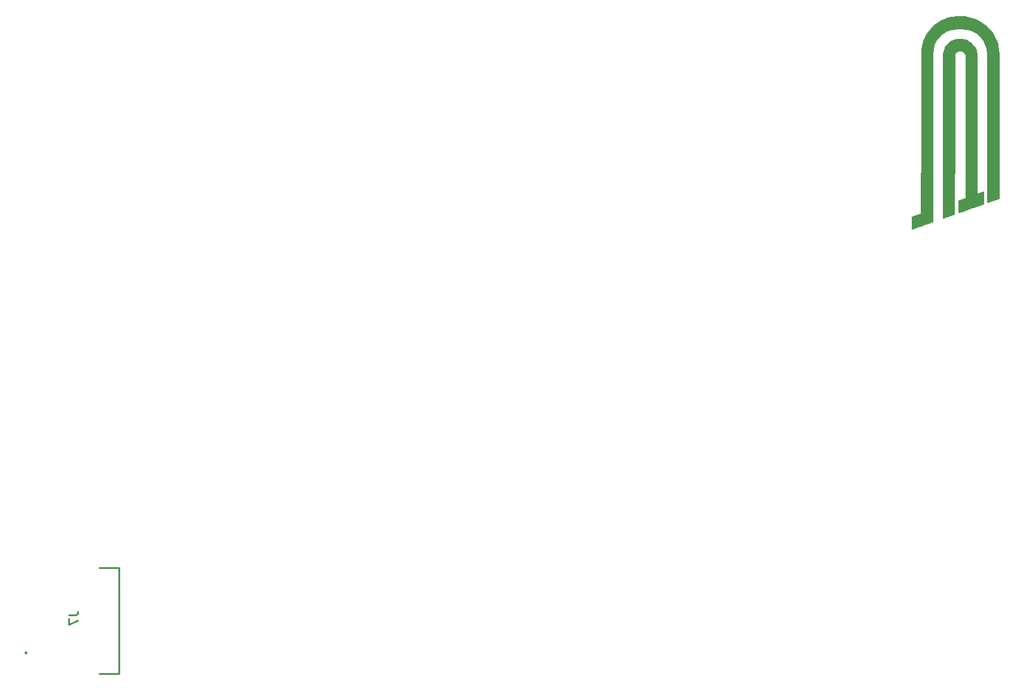
<source format=gbo>
G04 #@! TF.GenerationSoftware,KiCad,Pcbnew,(6.0.0)*
G04 #@! TF.CreationDate,2022-01-24T22:50:09+01:00*
G04 #@! TF.ProjectId,PUTM_EV_Front_Box_2022,5055544d-5f45-4565-9f46-726f6e745f42,rev?*
G04 #@! TF.SameCoordinates,Original*
G04 #@! TF.FileFunction,Legend,Bot*
G04 #@! TF.FilePolarity,Positive*
%FSLAX46Y46*%
G04 Gerber Fmt 4.6, Leading zero omitted, Abs format (unit mm)*
G04 Created by KiCad (PCBNEW (6.0.0)) date 2022-01-24 22:50:09*
%MOMM*%
%LPD*%
G01*
G04 APERTURE LIST*
%ADD10C,0.254000*%
%ADD11C,0.010000*%
%ADD12R,1.700000X1.700000*%
%ADD13O,1.700000X1.700000*%
%ADD14R,2.600000X0.280000*%
%ADD15C,3.400000*%
%ADD16C,2.500000*%
G04 APERTURE END LIST*
D10*
X104071793Y-151514336D02*
X104978936Y-151514336D01*
X105160365Y-151453860D01*
X105281317Y-151332908D01*
X105341793Y-151151479D01*
X105341793Y-151030527D01*
X104071793Y-151998146D02*
X104071793Y-152844812D01*
X105341793Y-152300527D01*
X111150000Y-144800000D02*
X111150000Y-159800000D01*
X111150000Y-159800000D02*
X108348000Y-159800000D01*
X111150000Y-144800000D02*
X108348000Y-144800000D01*
X98100000Y-156854000D02*
G75*
G03*
X98100000Y-156854000I-114000J0D01*
G01*
D11*
X233532915Y-92280106D02*
X233532675Y-92134635D01*
X233532675Y-92134635D02*
X233532263Y-92007889D01*
X233532263Y-92007889D02*
X233531668Y-91899069D01*
X233531668Y-91899069D02*
X233530879Y-91807379D01*
X233530879Y-91807379D02*
X233529886Y-91732021D01*
X233529886Y-91732021D02*
X233528679Y-91672197D01*
X233528679Y-91672197D02*
X233527247Y-91627110D01*
X233527247Y-91627110D02*
X233525580Y-91595963D01*
X233525580Y-91595963D02*
X233523666Y-91577958D01*
X233523666Y-91577958D02*
X233521546Y-91572294D01*
X233521546Y-91572294D02*
X233509838Y-91575576D01*
X233509838Y-91575576D02*
X233480991Y-91584960D01*
X233480991Y-91584960D02*
X233437017Y-91599757D01*
X233437017Y-91599757D02*
X233379929Y-91619275D01*
X233379929Y-91619275D02*
X233311738Y-91642824D01*
X233311738Y-91642824D02*
X233234458Y-91669714D01*
X233234458Y-91669714D02*
X233150099Y-91699254D01*
X233150099Y-91699254D02*
X233092240Y-91719614D01*
X233092240Y-91719614D02*
X233004517Y-91750483D01*
X233004517Y-91750483D02*
X232922710Y-91779156D01*
X232922710Y-91779156D02*
X232848807Y-91804946D01*
X232848807Y-91804946D02*
X232784797Y-91827163D01*
X232784797Y-91827163D02*
X232732667Y-91845119D01*
X232732667Y-91845119D02*
X232694406Y-91858126D01*
X232694406Y-91858126D02*
X232672002Y-91865494D01*
X232672002Y-91865494D02*
X232666868Y-91866934D01*
X232666868Y-91866934D02*
X232666525Y-91856847D01*
X232666525Y-91856847D02*
X232666179Y-91826876D01*
X232666179Y-91826876D02*
X232665830Y-91777459D01*
X232665830Y-91777459D02*
X232665481Y-91709030D01*
X232665481Y-91709030D02*
X232665130Y-91622027D01*
X232665130Y-91622027D02*
X232664779Y-91516887D01*
X232664779Y-91516887D02*
X232664428Y-91394046D01*
X232664428Y-91394046D02*
X232664077Y-91253939D01*
X232664077Y-91253939D02*
X232663727Y-91097005D01*
X232663727Y-91097005D02*
X232663378Y-90923678D01*
X232663378Y-90923678D02*
X232663031Y-90734396D01*
X232663031Y-90734396D02*
X232662686Y-90529596D01*
X232662686Y-90529596D02*
X232662344Y-90309712D01*
X232662344Y-90309712D02*
X232662005Y-90075183D01*
X232662005Y-90075183D02*
X232661670Y-89826445D01*
X232661670Y-89826445D02*
X232661338Y-89563933D01*
X232661338Y-89563933D02*
X232661012Y-89288084D01*
X232661012Y-89288084D02*
X232660690Y-88999336D01*
X232660690Y-88999336D02*
X232660374Y-88698124D01*
X232660374Y-88698124D02*
X232660064Y-88384884D01*
X232660064Y-88384884D02*
X232659761Y-88060054D01*
X232659761Y-88060054D02*
X232659464Y-87724070D01*
X232659464Y-87724070D02*
X232659175Y-87377368D01*
X232659175Y-87377368D02*
X232658894Y-87020384D01*
X232658894Y-87020384D02*
X232658621Y-86653555D01*
X232658621Y-86653555D02*
X232658356Y-86277318D01*
X232658356Y-86277318D02*
X232658101Y-85892109D01*
X232658101Y-85892109D02*
X232657856Y-85498365D01*
X232657856Y-85498365D02*
X232657621Y-85096521D01*
X232657621Y-85096521D02*
X232657397Y-84687015D01*
X232657397Y-84687015D02*
X232657184Y-84270283D01*
X232657184Y-84270283D02*
X232656982Y-83846761D01*
X232656982Y-83846761D02*
X232656793Y-83416886D01*
X232656793Y-83416886D02*
X232656616Y-82981094D01*
X232656616Y-82981094D02*
X232656452Y-82539822D01*
X232656452Y-82539822D02*
X232656301Y-82093506D01*
X232656301Y-82093506D02*
X232656271Y-81999034D01*
X232656271Y-81999034D02*
X232653186Y-72131134D01*
X232653186Y-72131134D02*
X232631460Y-72002639D01*
X232631460Y-72002639D02*
X232589260Y-71794699D01*
X232589260Y-71794699D02*
X232534967Y-71601431D01*
X232534967Y-71601431D02*
X232467432Y-71420382D01*
X232467432Y-71420382D02*
X232385503Y-71249102D01*
X232385503Y-71249102D02*
X232288032Y-71085138D01*
X232288032Y-71085138D02*
X232173868Y-70926041D01*
X232173868Y-70926041D02*
X232064928Y-70795157D01*
X232064928Y-70795157D02*
X231915510Y-70640915D01*
X231915510Y-70640915D02*
X231752026Y-70499600D01*
X231752026Y-70499600D02*
X231576494Y-70372431D01*
X231576494Y-70372431D02*
X231390935Y-70260623D01*
X231390935Y-70260623D02*
X231197366Y-70165394D01*
X231197366Y-70165394D02*
X230997806Y-70087960D01*
X230997806Y-70087960D02*
X230794872Y-70029681D01*
X230794872Y-70029681D02*
X230585609Y-69989934D01*
X230585609Y-69989934D02*
X230368629Y-69967798D01*
X230368629Y-69967798D02*
X230146696Y-69963474D01*
X230146696Y-69963474D02*
X229989708Y-69971166D01*
X229989708Y-69971166D02*
X229782443Y-69992973D01*
X229782443Y-69992973D02*
X229590373Y-70025493D01*
X229590373Y-70025493D02*
X229411069Y-70069323D01*
X229411069Y-70069323D02*
X229242100Y-70125062D01*
X229242100Y-70125062D02*
X229081039Y-70193309D01*
X229081039Y-70193309D02*
X229073805Y-70196747D01*
X229073805Y-70196747D02*
X228948577Y-70260112D01*
X228948577Y-70260112D02*
X228838373Y-70324123D01*
X228838373Y-70324123D02*
X228738099Y-70392275D01*
X228738099Y-70392275D02*
X228642659Y-70468063D01*
X228642659Y-70468063D02*
X228546960Y-70554982D01*
X228546960Y-70554982D02*
X228535694Y-70565862D01*
X228535694Y-70565862D02*
X228407453Y-70700906D01*
X228407453Y-70700906D02*
X228294547Y-70842853D01*
X228294547Y-70842853D02*
X228193999Y-70995819D01*
X228193999Y-70995819D02*
X228102837Y-71163917D01*
X228102837Y-71163917D02*
X228101841Y-71165934D01*
X228101841Y-71165934D02*
X228042158Y-71294782D01*
X228042158Y-71294782D02*
X227990431Y-71424076D01*
X227990431Y-71424076D02*
X227945423Y-71557826D01*
X227945423Y-71557826D02*
X227905899Y-71700042D01*
X227905899Y-71700042D02*
X227870623Y-71854732D01*
X227870623Y-71854732D02*
X227840372Y-72014294D01*
X227840372Y-72014294D02*
X227818229Y-72141294D01*
X227818229Y-72141294D02*
X227815531Y-83736394D01*
X227815531Y-83736394D02*
X227815425Y-84221487D01*
X227815425Y-84221487D02*
X227815333Y-84701662D01*
X227815333Y-84701662D02*
X227815256Y-85176515D01*
X227815256Y-85176515D02*
X227815192Y-85645645D01*
X227815192Y-85645645D02*
X227815143Y-86108649D01*
X227815143Y-86108649D02*
X227815107Y-86565124D01*
X227815107Y-86565124D02*
X227815084Y-87014668D01*
X227815084Y-87014668D02*
X227815075Y-87456878D01*
X227815075Y-87456878D02*
X227815080Y-87891351D01*
X227815080Y-87891351D02*
X227815097Y-88317685D01*
X227815097Y-88317685D02*
X227815127Y-88735476D01*
X227815127Y-88735476D02*
X227815169Y-89144323D01*
X227815169Y-89144323D02*
X227815225Y-89543823D01*
X227815225Y-89543823D02*
X227815292Y-89933573D01*
X227815292Y-89933573D02*
X227815372Y-90313170D01*
X227815372Y-90313170D02*
X227815463Y-90682212D01*
X227815463Y-90682212D02*
X227815567Y-91040296D01*
X227815567Y-91040296D02*
X227815681Y-91387020D01*
X227815681Y-91387020D02*
X227815808Y-91721980D01*
X227815808Y-91721980D02*
X227815946Y-92044775D01*
X227815946Y-92044775D02*
X227816094Y-92355001D01*
X227816094Y-92355001D02*
X227816254Y-92652256D01*
X227816254Y-92652256D02*
X227816424Y-92936137D01*
X227816424Y-92936137D02*
X227816605Y-93206242D01*
X227816605Y-93206242D02*
X227816797Y-93462168D01*
X227816797Y-93462168D02*
X227816998Y-93703512D01*
X227816998Y-93703512D02*
X227817210Y-93929872D01*
X227817210Y-93929872D02*
X227817431Y-94140845D01*
X227817431Y-94140845D02*
X227817663Y-94336029D01*
X227817663Y-94336029D02*
X227817903Y-94515020D01*
X227817903Y-94515020D02*
X227818153Y-94677416D01*
X227818153Y-94677416D02*
X227818413Y-94822815D01*
X227818413Y-94822815D02*
X227818681Y-94950813D01*
X227818681Y-94950813D02*
X227818958Y-95061009D01*
X227818958Y-95061009D02*
X227819244Y-95152999D01*
X227819244Y-95152999D02*
X227819538Y-95226381D01*
X227819538Y-95226381D02*
X227819840Y-95280753D01*
X227819840Y-95280753D02*
X227820151Y-95315711D01*
X227820151Y-95315711D02*
X227820469Y-95330852D01*
X227820469Y-95330852D02*
X227820551Y-95331494D01*
X227820551Y-95331494D02*
X227831083Y-95328189D01*
X227831083Y-95328189D02*
X227859366Y-95318599D01*
X227859366Y-95318599D02*
X227903996Y-95303216D01*
X227903996Y-95303216D02*
X227963567Y-95282533D01*
X227963567Y-95282533D02*
X228036674Y-95257039D01*
X228036674Y-95257039D02*
X228121911Y-95227227D01*
X228121911Y-95227227D02*
X228217873Y-95193587D01*
X228217873Y-95193587D02*
X228323155Y-95156612D01*
X228323155Y-95156612D02*
X228436351Y-95116792D01*
X228436351Y-95116792D02*
X228556056Y-95074619D01*
X228556056Y-95074619D02*
X228646091Y-95042860D01*
X228646091Y-95042860D02*
X229463912Y-94754225D01*
X229463912Y-94754225D02*
X229468992Y-83493480D01*
X229468992Y-83493480D02*
X229474072Y-72232734D01*
X229474072Y-72232734D02*
X229495900Y-72156534D01*
X229495900Y-72156534D02*
X229535386Y-72044809D01*
X229535386Y-72044809D02*
X229585685Y-71948845D01*
X229585685Y-71948845D02*
X229647461Y-71868230D01*
X229647461Y-71868230D02*
X229721376Y-71802555D01*
X229721376Y-71802555D02*
X229808096Y-71751407D01*
X229808096Y-71751407D02*
X229908282Y-71714376D01*
X229908282Y-71714376D02*
X230022599Y-71691050D01*
X230022599Y-71691050D02*
X230151711Y-71681017D01*
X230151711Y-71681017D02*
X230261472Y-71682086D01*
X230261472Y-71682086D02*
X230400807Y-71695461D01*
X230400807Y-71695461D02*
X230525835Y-71723263D01*
X230525835Y-71723263D02*
X230636569Y-71765501D01*
X230636569Y-71765501D02*
X230733020Y-71822182D01*
X230733020Y-71822182D02*
X230815200Y-71893316D01*
X230815200Y-71893316D02*
X230883121Y-71978909D01*
X230883121Y-71978909D02*
X230936794Y-72078971D01*
X230936794Y-72078971D02*
X230974535Y-72187212D01*
X230974535Y-72187212D02*
X230998072Y-72273374D01*
X230998072Y-72273374D02*
X230998072Y-92459211D01*
X230998072Y-92459211D02*
X230032872Y-92799723D01*
X230032872Y-92799723D02*
X230030276Y-93674449D01*
X230030276Y-93674449D02*
X230029914Y-93833452D01*
X230029914Y-93833452D02*
X230029810Y-93978457D01*
X230029810Y-93978457D02*
X230029957Y-94108750D01*
X230029957Y-94108750D02*
X230030349Y-94223618D01*
X230030349Y-94223618D02*
X230030981Y-94322349D01*
X230030981Y-94322349D02*
X230031848Y-94404230D01*
X230031848Y-94404230D02*
X230032943Y-94468547D01*
X230032943Y-94468547D02*
X230034260Y-94514588D01*
X230034260Y-94514588D02*
X230035795Y-94541640D01*
X230035795Y-94541640D02*
X230037294Y-94549174D01*
X230037294Y-94549174D02*
X230047736Y-94545843D01*
X230047736Y-94545843D02*
X230076365Y-94536074D01*
X230076365Y-94536074D02*
X230122211Y-94520210D01*
X230122211Y-94520210D02*
X230184303Y-94498591D01*
X230184303Y-94498591D02*
X230261672Y-94471558D01*
X230261672Y-94471558D02*
X230353349Y-94439451D01*
X230353349Y-94439451D02*
X230458363Y-94402611D01*
X230458363Y-94402611D02*
X230575745Y-94361380D01*
X230575745Y-94361380D02*
X230704524Y-94316097D01*
X230704524Y-94316097D02*
X230843730Y-94267104D01*
X230843730Y-94267104D02*
X230992395Y-94214741D01*
X230992395Y-94214741D02*
X231149548Y-94159350D01*
X231149548Y-94159350D02*
X231314218Y-94101270D01*
X231314218Y-94101270D02*
X231485437Y-94040843D01*
X231485437Y-94040843D02*
X231662235Y-93978410D01*
X231662235Y-93978410D02*
X231746771Y-93948544D01*
X231746771Y-93948544D02*
X231926437Y-93885062D01*
X231926437Y-93885062D02*
X232101316Y-93823274D01*
X232101316Y-93823274D02*
X232270412Y-93763532D01*
X232270412Y-93763532D02*
X232432728Y-93706188D01*
X232432728Y-93706188D02*
X232587269Y-93651594D01*
X232587269Y-93651594D02*
X232733040Y-93600101D01*
X232733040Y-93600101D02*
X232869044Y-93552061D01*
X232869044Y-93552061D02*
X232994287Y-93507825D01*
X232994287Y-93507825D02*
X233107772Y-93467745D01*
X233107772Y-93467745D02*
X233208505Y-93432173D01*
X233208505Y-93432173D02*
X233295488Y-93401460D01*
X233295488Y-93401460D02*
X233367727Y-93375959D01*
X233367727Y-93375959D02*
X233424226Y-93356020D01*
X233424226Y-93356020D02*
X233463989Y-93341995D01*
X233463989Y-93341995D02*
X233486021Y-93334237D01*
X233486021Y-93334237D02*
X233489812Y-93332909D01*
X233489812Y-93332909D02*
X233532992Y-93317904D01*
X233532992Y-93317904D02*
X233532992Y-92445099D01*
X233532992Y-92445099D02*
X233532915Y-92280106D01*
X233532915Y-92280106D02*
X233532915Y-92280106D01*
G36*
X230368629Y-69967798D02*
G01*
X230585609Y-69989934D01*
X230794872Y-70029681D01*
X230997806Y-70087960D01*
X231197366Y-70165394D01*
X231390935Y-70260623D01*
X231576494Y-70372431D01*
X231752026Y-70499600D01*
X231915510Y-70640915D01*
X232064928Y-70795157D01*
X232173868Y-70926041D01*
X232288032Y-71085138D01*
X232385503Y-71249102D01*
X232467432Y-71420382D01*
X232534967Y-71601431D01*
X232589260Y-71794699D01*
X232631460Y-72002639D01*
X232653186Y-72131134D01*
X232656271Y-81999034D01*
X232656301Y-82093506D01*
X232656452Y-82539822D01*
X232656616Y-82981094D01*
X232656793Y-83416886D01*
X232656982Y-83846761D01*
X232657184Y-84270283D01*
X232657397Y-84687015D01*
X232657621Y-85096521D01*
X232657856Y-85498365D01*
X232658101Y-85892109D01*
X232658356Y-86277318D01*
X232658621Y-86653555D01*
X232658894Y-87020384D01*
X232659175Y-87377368D01*
X232659464Y-87724070D01*
X232659761Y-88060054D01*
X232660064Y-88384884D01*
X232660374Y-88698124D01*
X232660690Y-88999336D01*
X232661012Y-89288084D01*
X232661338Y-89563933D01*
X232661670Y-89826445D01*
X232662005Y-90075183D01*
X232662344Y-90309712D01*
X232662686Y-90529596D01*
X232663031Y-90734396D01*
X232663378Y-90923678D01*
X232663727Y-91097005D01*
X232664077Y-91253939D01*
X232664428Y-91394046D01*
X232664779Y-91516887D01*
X232665130Y-91622027D01*
X232665481Y-91709030D01*
X232665830Y-91777459D01*
X232666179Y-91826876D01*
X232666525Y-91856847D01*
X232666868Y-91866934D01*
X232672002Y-91865494D01*
X232694406Y-91858126D01*
X232732667Y-91845119D01*
X232784797Y-91827163D01*
X232848807Y-91804946D01*
X232922710Y-91779156D01*
X233004517Y-91750483D01*
X233092240Y-91719614D01*
X233150099Y-91699254D01*
X233234458Y-91669714D01*
X233311738Y-91642824D01*
X233379929Y-91619275D01*
X233437017Y-91599757D01*
X233480991Y-91584960D01*
X233509838Y-91575576D01*
X233521546Y-91572294D01*
X233523666Y-91577958D01*
X233525580Y-91595963D01*
X233527247Y-91627110D01*
X233528679Y-91672197D01*
X233529886Y-91732021D01*
X233530879Y-91807379D01*
X233531668Y-91899069D01*
X233532263Y-92007889D01*
X233532675Y-92134635D01*
X233532915Y-92280106D01*
X233532992Y-92445099D01*
X233532992Y-93317904D01*
X233489812Y-93332909D01*
X233486021Y-93334237D01*
X233463989Y-93341995D01*
X233424226Y-93356020D01*
X233367727Y-93375959D01*
X233295488Y-93401460D01*
X233208505Y-93432173D01*
X233107772Y-93467745D01*
X232994287Y-93507825D01*
X232869044Y-93552061D01*
X232733040Y-93600101D01*
X232587269Y-93651594D01*
X232432728Y-93706188D01*
X232270412Y-93763532D01*
X232101316Y-93823274D01*
X231926437Y-93885062D01*
X231746771Y-93948544D01*
X231662235Y-93978410D01*
X231485437Y-94040843D01*
X231314218Y-94101270D01*
X231149548Y-94159350D01*
X230992395Y-94214741D01*
X230843730Y-94267104D01*
X230704524Y-94316097D01*
X230575745Y-94361380D01*
X230458363Y-94402611D01*
X230353349Y-94439451D01*
X230261672Y-94471558D01*
X230184303Y-94498591D01*
X230122211Y-94520210D01*
X230076365Y-94536074D01*
X230047736Y-94545843D01*
X230037294Y-94549174D01*
X230035795Y-94541640D01*
X230034260Y-94514588D01*
X230032943Y-94468547D01*
X230031848Y-94404230D01*
X230030981Y-94322349D01*
X230030349Y-94223618D01*
X230029957Y-94108750D01*
X230029810Y-93978457D01*
X230029914Y-93833452D01*
X230030276Y-93674449D01*
X230032872Y-92799723D01*
X230998072Y-92459211D01*
X230998072Y-72273374D01*
X230974535Y-72187212D01*
X230936794Y-72078971D01*
X230883121Y-71978909D01*
X230815200Y-71893316D01*
X230733020Y-71822182D01*
X230636569Y-71765501D01*
X230525835Y-71723263D01*
X230400807Y-71695461D01*
X230261472Y-71682086D01*
X230151711Y-71681017D01*
X230022599Y-71691050D01*
X229908282Y-71714376D01*
X229808096Y-71751407D01*
X229721376Y-71802555D01*
X229647461Y-71868230D01*
X229585685Y-71948845D01*
X229535386Y-72044809D01*
X229495900Y-72156534D01*
X229474072Y-72232734D01*
X229468992Y-83493480D01*
X229463912Y-94754225D01*
X228646091Y-95042860D01*
X228556056Y-95074619D01*
X228436351Y-95116792D01*
X228323155Y-95156612D01*
X228217873Y-95193587D01*
X228121911Y-95227227D01*
X228036674Y-95257039D01*
X227963567Y-95282533D01*
X227903996Y-95303216D01*
X227859366Y-95318599D01*
X227831083Y-95328189D01*
X227820551Y-95331494D01*
X227820469Y-95330852D01*
X227820151Y-95315711D01*
X227819840Y-95280753D01*
X227819538Y-95226381D01*
X227819244Y-95152999D01*
X227818958Y-95061009D01*
X227818681Y-94950813D01*
X227818413Y-94822815D01*
X227818153Y-94677416D01*
X227817903Y-94515020D01*
X227817663Y-94336029D01*
X227817431Y-94140845D01*
X227817210Y-93929872D01*
X227816998Y-93703512D01*
X227816797Y-93462168D01*
X227816605Y-93206242D01*
X227816424Y-92936137D01*
X227816254Y-92652256D01*
X227816094Y-92355001D01*
X227815946Y-92044775D01*
X227815808Y-91721980D01*
X227815681Y-91387020D01*
X227815567Y-91040296D01*
X227815463Y-90682212D01*
X227815372Y-90313170D01*
X227815292Y-89933573D01*
X227815225Y-89543823D01*
X227815169Y-89144323D01*
X227815127Y-88735476D01*
X227815097Y-88317685D01*
X227815080Y-87891351D01*
X227815075Y-87456878D01*
X227815084Y-87014668D01*
X227815107Y-86565124D01*
X227815143Y-86108649D01*
X227815192Y-85645645D01*
X227815256Y-85176515D01*
X227815333Y-84701662D01*
X227815425Y-84221487D01*
X227815531Y-83736394D01*
X227818229Y-72141294D01*
X227840372Y-72014294D01*
X227870623Y-71854732D01*
X227905899Y-71700042D01*
X227945423Y-71557826D01*
X227990431Y-71424076D01*
X228042158Y-71294782D01*
X228101841Y-71165934D01*
X228102837Y-71163917D01*
X228193999Y-70995819D01*
X228294547Y-70842853D01*
X228407453Y-70700906D01*
X228535694Y-70565862D01*
X228546960Y-70554982D01*
X228642659Y-70468063D01*
X228738099Y-70392275D01*
X228838373Y-70324123D01*
X228948577Y-70260112D01*
X229073805Y-70196747D01*
X229081039Y-70193309D01*
X229242100Y-70125062D01*
X229411069Y-70069323D01*
X229590373Y-70025493D01*
X229782443Y-69992973D01*
X229989708Y-69971166D01*
X230146696Y-69963474D01*
X230368629Y-69967798D01*
G37*
X230368629Y-69967798D02*
X230585609Y-69989934D01*
X230794872Y-70029681D01*
X230997806Y-70087960D01*
X231197366Y-70165394D01*
X231390935Y-70260623D01*
X231576494Y-70372431D01*
X231752026Y-70499600D01*
X231915510Y-70640915D01*
X232064928Y-70795157D01*
X232173868Y-70926041D01*
X232288032Y-71085138D01*
X232385503Y-71249102D01*
X232467432Y-71420382D01*
X232534967Y-71601431D01*
X232589260Y-71794699D01*
X232631460Y-72002639D01*
X232653186Y-72131134D01*
X232656271Y-81999034D01*
X232656301Y-82093506D01*
X232656452Y-82539822D01*
X232656616Y-82981094D01*
X232656793Y-83416886D01*
X232656982Y-83846761D01*
X232657184Y-84270283D01*
X232657397Y-84687015D01*
X232657621Y-85096521D01*
X232657856Y-85498365D01*
X232658101Y-85892109D01*
X232658356Y-86277318D01*
X232658621Y-86653555D01*
X232658894Y-87020384D01*
X232659175Y-87377368D01*
X232659464Y-87724070D01*
X232659761Y-88060054D01*
X232660064Y-88384884D01*
X232660374Y-88698124D01*
X232660690Y-88999336D01*
X232661012Y-89288084D01*
X232661338Y-89563933D01*
X232661670Y-89826445D01*
X232662005Y-90075183D01*
X232662344Y-90309712D01*
X232662686Y-90529596D01*
X232663031Y-90734396D01*
X232663378Y-90923678D01*
X232663727Y-91097005D01*
X232664077Y-91253939D01*
X232664428Y-91394046D01*
X232664779Y-91516887D01*
X232665130Y-91622027D01*
X232665481Y-91709030D01*
X232665830Y-91777459D01*
X232666179Y-91826876D01*
X232666525Y-91856847D01*
X232666868Y-91866934D01*
X232672002Y-91865494D01*
X232694406Y-91858126D01*
X232732667Y-91845119D01*
X232784797Y-91827163D01*
X232848807Y-91804946D01*
X232922710Y-91779156D01*
X233004517Y-91750483D01*
X233092240Y-91719614D01*
X233150099Y-91699254D01*
X233234458Y-91669714D01*
X233311738Y-91642824D01*
X233379929Y-91619275D01*
X233437017Y-91599757D01*
X233480991Y-91584960D01*
X233509838Y-91575576D01*
X233521546Y-91572294D01*
X233523666Y-91577958D01*
X233525580Y-91595963D01*
X233527247Y-91627110D01*
X233528679Y-91672197D01*
X233529886Y-91732021D01*
X233530879Y-91807379D01*
X233531668Y-91899069D01*
X233532263Y-92007889D01*
X233532675Y-92134635D01*
X233532915Y-92280106D01*
X233532992Y-92445099D01*
X233532992Y-93317904D01*
X233489812Y-93332909D01*
X233486021Y-93334237D01*
X233463989Y-93341995D01*
X233424226Y-93356020D01*
X233367727Y-93375959D01*
X233295488Y-93401460D01*
X233208505Y-93432173D01*
X233107772Y-93467745D01*
X232994287Y-93507825D01*
X232869044Y-93552061D01*
X232733040Y-93600101D01*
X232587269Y-93651594D01*
X232432728Y-93706188D01*
X232270412Y-93763532D01*
X232101316Y-93823274D01*
X231926437Y-93885062D01*
X231746771Y-93948544D01*
X231662235Y-93978410D01*
X231485437Y-94040843D01*
X231314218Y-94101270D01*
X231149548Y-94159350D01*
X230992395Y-94214741D01*
X230843730Y-94267104D01*
X230704524Y-94316097D01*
X230575745Y-94361380D01*
X230458363Y-94402611D01*
X230353349Y-94439451D01*
X230261672Y-94471558D01*
X230184303Y-94498591D01*
X230122211Y-94520210D01*
X230076365Y-94536074D01*
X230047736Y-94545843D01*
X230037294Y-94549174D01*
X230035795Y-94541640D01*
X230034260Y-94514588D01*
X230032943Y-94468547D01*
X230031848Y-94404230D01*
X230030981Y-94322349D01*
X230030349Y-94223618D01*
X230029957Y-94108750D01*
X230029810Y-93978457D01*
X230029914Y-93833452D01*
X230030276Y-93674449D01*
X230032872Y-92799723D01*
X230998072Y-92459211D01*
X230998072Y-72273374D01*
X230974535Y-72187212D01*
X230936794Y-72078971D01*
X230883121Y-71978909D01*
X230815200Y-71893316D01*
X230733020Y-71822182D01*
X230636569Y-71765501D01*
X230525835Y-71723263D01*
X230400807Y-71695461D01*
X230261472Y-71682086D01*
X230151711Y-71681017D01*
X230022599Y-71691050D01*
X229908282Y-71714376D01*
X229808096Y-71751407D01*
X229721376Y-71802555D01*
X229647461Y-71868230D01*
X229585685Y-71948845D01*
X229535386Y-72044809D01*
X229495900Y-72156534D01*
X229474072Y-72232734D01*
X229468992Y-83493480D01*
X229463912Y-94754225D01*
X228646091Y-95042860D01*
X228556056Y-95074619D01*
X228436351Y-95116792D01*
X228323155Y-95156612D01*
X228217873Y-95193587D01*
X228121911Y-95227227D01*
X228036674Y-95257039D01*
X227963567Y-95282533D01*
X227903996Y-95303216D01*
X227859366Y-95318599D01*
X227831083Y-95328189D01*
X227820551Y-95331494D01*
X227820469Y-95330852D01*
X227820151Y-95315711D01*
X227819840Y-95280753D01*
X227819538Y-95226381D01*
X227819244Y-95152999D01*
X227818958Y-95061009D01*
X227818681Y-94950813D01*
X227818413Y-94822815D01*
X227818153Y-94677416D01*
X227817903Y-94515020D01*
X227817663Y-94336029D01*
X227817431Y-94140845D01*
X227817210Y-93929872D01*
X227816998Y-93703512D01*
X227816797Y-93462168D01*
X227816605Y-93206242D01*
X227816424Y-92936137D01*
X227816254Y-92652256D01*
X227816094Y-92355001D01*
X227815946Y-92044775D01*
X227815808Y-91721980D01*
X227815681Y-91387020D01*
X227815567Y-91040296D01*
X227815463Y-90682212D01*
X227815372Y-90313170D01*
X227815292Y-89933573D01*
X227815225Y-89543823D01*
X227815169Y-89144323D01*
X227815127Y-88735476D01*
X227815097Y-88317685D01*
X227815080Y-87891351D01*
X227815075Y-87456878D01*
X227815084Y-87014668D01*
X227815107Y-86565124D01*
X227815143Y-86108649D01*
X227815192Y-85645645D01*
X227815256Y-85176515D01*
X227815333Y-84701662D01*
X227815425Y-84221487D01*
X227815531Y-83736394D01*
X227818229Y-72141294D01*
X227840372Y-72014294D01*
X227870623Y-71854732D01*
X227905899Y-71700042D01*
X227945423Y-71557826D01*
X227990431Y-71424076D01*
X228042158Y-71294782D01*
X228101841Y-71165934D01*
X228102837Y-71163917D01*
X228193999Y-70995819D01*
X228294547Y-70842853D01*
X228407453Y-70700906D01*
X228535694Y-70565862D01*
X228546960Y-70554982D01*
X228642659Y-70468063D01*
X228738099Y-70392275D01*
X228838373Y-70324123D01*
X228948577Y-70260112D01*
X229073805Y-70196747D01*
X229081039Y-70193309D01*
X229242100Y-70125062D01*
X229411069Y-70069323D01*
X229590373Y-70025493D01*
X229782443Y-69992973D01*
X229989708Y-69971166D01*
X230146696Y-69963474D01*
X230368629Y-69967798D01*
X235746639Y-77686257D02*
X235746615Y-77258827D01*
X235746615Y-77258827D02*
X235746567Y-76849738D01*
X235746567Y-76849738D02*
X235746496Y-76458791D01*
X235746496Y-76458791D02*
X235746402Y-76085789D01*
X235746402Y-76085789D02*
X235746285Y-75730534D01*
X235746285Y-75730534D02*
X235746145Y-75392829D01*
X235746145Y-75392829D02*
X235745980Y-75072474D01*
X235745980Y-75072474D02*
X235745792Y-74769272D01*
X235745792Y-74769272D02*
X235745580Y-74483026D01*
X235745580Y-74483026D02*
X235745344Y-74213537D01*
X235745344Y-74213537D02*
X235745084Y-73960608D01*
X235745084Y-73960608D02*
X235744799Y-73724040D01*
X235744799Y-73724040D02*
X235744490Y-73503635D01*
X235744490Y-73503635D02*
X235744156Y-73299196D01*
X235744156Y-73299196D02*
X235743797Y-73110525D01*
X235743797Y-73110525D02*
X235743413Y-72937424D01*
X235743413Y-72937424D02*
X235743004Y-72779694D01*
X235743004Y-72779694D02*
X235742570Y-72637139D01*
X235742570Y-72637139D02*
X235742110Y-72509559D01*
X235742110Y-72509559D02*
X235741625Y-72396758D01*
X235741625Y-72396758D02*
X235741113Y-72298536D01*
X235741113Y-72298536D02*
X235740576Y-72214697D01*
X235740576Y-72214697D02*
X235740013Y-72145042D01*
X235740013Y-72145042D02*
X235739423Y-72089374D01*
X235739423Y-72089374D02*
X235738808Y-72047494D01*
X235738808Y-72047494D02*
X235738165Y-72019204D01*
X235738165Y-72019204D02*
X235737793Y-72009214D01*
X235737793Y-72009214D02*
X235715336Y-71675007D01*
X235715336Y-71675007D02*
X235680255Y-71355879D01*
X235680255Y-71355879D02*
X235632083Y-71050631D01*
X235632083Y-71050631D02*
X235570358Y-70758063D01*
X235570358Y-70758063D02*
X235494615Y-70476977D01*
X235494615Y-70476977D02*
X235404390Y-70206172D01*
X235404390Y-70206172D02*
X235299219Y-69944449D01*
X235299219Y-69944449D02*
X235178637Y-69690609D01*
X235178637Y-69690609D02*
X235042181Y-69443452D01*
X235042181Y-69443452D02*
X234889386Y-69201778D01*
X234889386Y-69201778D02*
X234719788Y-68964388D01*
X234719788Y-68964388D02*
X234532923Y-68730083D01*
X234532923Y-68730083D02*
X234416737Y-68595454D01*
X234416737Y-68595454D02*
X234355734Y-68528865D01*
X234355734Y-68528865D02*
X234283263Y-68453342D01*
X234283263Y-68453342D02*
X234203135Y-68372596D01*
X234203135Y-68372596D02*
X234119163Y-68290334D01*
X234119163Y-68290334D02*
X234035159Y-68210263D01*
X234035159Y-68210263D02*
X233954935Y-68136092D01*
X233954935Y-68136092D02*
X233882303Y-68071528D01*
X233882303Y-68071528D02*
X233848422Y-68042667D01*
X233848422Y-68042667D02*
X233585978Y-67836423D01*
X233585978Y-67836423D02*
X233313358Y-67647607D01*
X233313358Y-67647607D02*
X233031106Y-67476382D01*
X233031106Y-67476382D02*
X232739766Y-67322915D01*
X232739766Y-67322915D02*
X232439882Y-67187369D01*
X232439882Y-67187369D02*
X232131997Y-67069910D01*
X232131997Y-67069910D02*
X231816656Y-66970703D01*
X231816656Y-66970703D02*
X231494403Y-66889912D01*
X231494403Y-66889912D02*
X231165782Y-66827703D01*
X231165782Y-66827703D02*
X230831336Y-66784240D01*
X230831336Y-66784240D02*
X230491610Y-66759689D01*
X230491610Y-66759689D02*
X230147147Y-66754214D01*
X230147147Y-66754214D02*
X229798491Y-66767979D01*
X229798491Y-66767979D02*
X229674932Y-66777429D01*
X229674932Y-66777429D02*
X229331445Y-66816707D01*
X229331445Y-66816707D02*
X228995706Y-66874749D01*
X228995706Y-66874749D02*
X228667744Y-66951545D01*
X228667744Y-66951545D02*
X228347590Y-67047087D01*
X228347590Y-67047087D02*
X228035271Y-67161368D01*
X228035271Y-67161368D02*
X227730818Y-67294379D01*
X227730818Y-67294379D02*
X227594472Y-67361316D01*
X227594472Y-67361316D02*
X227316581Y-67512671D01*
X227316581Y-67512671D02*
X227052499Y-67677492D01*
X227052499Y-67677492D02*
X226800318Y-67857173D01*
X226800318Y-67857173D02*
X226558128Y-68053108D01*
X226558128Y-68053108D02*
X226324020Y-68266694D01*
X226324020Y-68266694D02*
X226236151Y-68353408D01*
X226236151Y-68353408D02*
X226118332Y-68474820D01*
X226118332Y-68474820D02*
X226013377Y-68589151D01*
X226013377Y-68589151D02*
X225917524Y-68701004D01*
X225917524Y-68701004D02*
X225827014Y-68814980D01*
X225827014Y-68814980D02*
X225738083Y-68935682D01*
X225738083Y-68935682D02*
X225646971Y-69067713D01*
X225646971Y-69067713D02*
X225623130Y-69103454D01*
X225623130Y-69103454D02*
X225476921Y-69336453D01*
X225476921Y-69336453D02*
X225348224Y-69568776D01*
X225348224Y-69568776D02*
X225234882Y-69804852D01*
X225234882Y-69804852D02*
X225134740Y-70049108D01*
X225134740Y-70049108D02*
X225061616Y-70256614D01*
X225061616Y-70256614D02*
X225008286Y-70423446D01*
X225008286Y-70423446D02*
X224961424Y-70580822D01*
X224961424Y-70580822D02*
X224920352Y-70732138D01*
X224920352Y-70732138D02*
X224884393Y-70880792D01*
X224884393Y-70880792D02*
X224852870Y-71030183D01*
X224852870Y-71030183D02*
X224825106Y-71183706D01*
X224825106Y-71183706D02*
X224800423Y-71344760D01*
X224800423Y-71344760D02*
X224778145Y-71516742D01*
X224778145Y-71516742D02*
X224757594Y-71703049D01*
X224757594Y-71703049D02*
X224742668Y-71856814D01*
X224742668Y-71856814D02*
X224742011Y-71868378D01*
X224742011Y-71868378D02*
X224741372Y-71888848D01*
X224741372Y-71888848D02*
X224740750Y-71918501D01*
X224740750Y-71918501D02*
X224740143Y-71957615D01*
X224740143Y-71957615D02*
X224739553Y-72006465D01*
X224739553Y-72006465D02*
X224738978Y-72065330D01*
X224738978Y-72065330D02*
X224738418Y-72134485D01*
X224738418Y-72134485D02*
X224737872Y-72214208D01*
X224737872Y-72214208D02*
X224737341Y-72304775D01*
X224737341Y-72304775D02*
X224736823Y-72406463D01*
X224736823Y-72406463D02*
X224736318Y-72519549D01*
X224736318Y-72519549D02*
X224735827Y-72644310D01*
X224735827Y-72644310D02*
X224735347Y-72781023D01*
X224735347Y-72781023D02*
X224734880Y-72929964D01*
X224734880Y-72929964D02*
X224734424Y-73091410D01*
X224734424Y-73091410D02*
X224733979Y-73265639D01*
X224733979Y-73265639D02*
X224733545Y-73452926D01*
X224733545Y-73452926D02*
X224733122Y-73653549D01*
X224733122Y-73653549D02*
X224732708Y-73867784D01*
X224732708Y-73867784D02*
X224732303Y-74095908D01*
X224732303Y-74095908D02*
X224731907Y-74338199D01*
X224731907Y-74338199D02*
X224731520Y-74594933D01*
X224731520Y-74594933D02*
X224731141Y-74866386D01*
X224731141Y-74866386D02*
X224730770Y-75152836D01*
X224730770Y-75152836D02*
X224730405Y-75454560D01*
X224730405Y-75454560D02*
X224730048Y-75771833D01*
X224730048Y-75771833D02*
X224729697Y-76104934D01*
X224729697Y-76104934D02*
X224729352Y-76454138D01*
X224729352Y-76454138D02*
X224729012Y-76819724D01*
X224729012Y-76819724D02*
X224728678Y-77201966D01*
X224728678Y-77201966D02*
X224728348Y-77601143D01*
X224728348Y-77601143D02*
X224728022Y-78017531D01*
X224728022Y-78017531D02*
X224727700Y-78451407D01*
X224727700Y-78451407D02*
X224727382Y-78903048D01*
X224727382Y-78903048D02*
X224727066Y-79372730D01*
X224727066Y-79372730D02*
X224726753Y-79860730D01*
X224726753Y-79860730D02*
X224726442Y-80367326D01*
X224726442Y-80367326D02*
X224726133Y-80892794D01*
X224726133Y-80892794D02*
X224725824Y-81437410D01*
X224725824Y-81437410D02*
X224725517Y-82001452D01*
X224725517Y-82001452D02*
X224725210Y-82585197D01*
X224725210Y-82585197D02*
X224724903Y-83188921D01*
X224724903Y-83188921D02*
X224724832Y-83331198D01*
X224724832Y-83331198D02*
X224719192Y-94673501D01*
X224719192Y-94673501D02*
X223408552Y-95136047D01*
X223408552Y-95136047D02*
X223403360Y-96895787D01*
X223403360Y-96895787D02*
X223512636Y-96857211D01*
X223512636Y-96857211D02*
X223535069Y-96849292D01*
X223535069Y-96849292D02*
X223575478Y-96835027D01*
X223575478Y-96835027D02*
X223632678Y-96814835D01*
X223632678Y-96814835D02*
X223705484Y-96789133D01*
X223705484Y-96789133D02*
X223792712Y-96758341D01*
X223792712Y-96758341D02*
X223893176Y-96722876D01*
X223893176Y-96722876D02*
X224005692Y-96683157D01*
X224005692Y-96683157D02*
X224129075Y-96639601D01*
X224129075Y-96639601D02*
X224262140Y-96592628D01*
X224262140Y-96592628D02*
X224403701Y-96542655D01*
X224403701Y-96542655D02*
X224552575Y-96490102D01*
X224552575Y-96490102D02*
X224707575Y-96435385D01*
X224707575Y-96435385D02*
X224867518Y-96378924D01*
X224867518Y-96378924D02*
X225001060Y-96331782D01*
X225001060Y-96331782D02*
X226380208Y-95844929D01*
X226380208Y-95844929D02*
X226383090Y-83855952D01*
X226383090Y-83855952D02*
X226383234Y-83260237D01*
X226383234Y-83260237D02*
X226383376Y-82684497D01*
X226383376Y-82684497D02*
X226383516Y-82128389D01*
X226383516Y-82128389D02*
X226383655Y-81591567D01*
X226383655Y-81591567D02*
X226383793Y-81073687D01*
X226383793Y-81073687D02*
X226383931Y-80574405D01*
X226383931Y-80574405D02*
X226384069Y-80093377D01*
X226384069Y-80093377D02*
X226384209Y-79630257D01*
X226384209Y-79630257D02*
X226384350Y-79184701D01*
X226384350Y-79184701D02*
X226384494Y-78756366D01*
X226384494Y-78756366D02*
X226384640Y-78344905D01*
X226384640Y-78344905D02*
X226384790Y-77949976D01*
X226384790Y-77949976D02*
X226384943Y-77571233D01*
X226384943Y-77571233D02*
X226385102Y-77208333D01*
X226385102Y-77208333D02*
X226385265Y-76860929D01*
X226385265Y-76860929D02*
X226385435Y-76528679D01*
X226385435Y-76528679D02*
X226385610Y-76211238D01*
X226385610Y-76211238D02*
X226385793Y-75908261D01*
X226385793Y-75908261D02*
X226385983Y-75619404D01*
X226385983Y-75619404D02*
X226386181Y-75344322D01*
X226386181Y-75344322D02*
X226386388Y-75082671D01*
X226386388Y-75082671D02*
X226386604Y-74834106D01*
X226386604Y-74834106D02*
X226386830Y-74598283D01*
X226386830Y-74598283D02*
X226387066Y-74374858D01*
X226387066Y-74374858D02*
X226387313Y-74163485D01*
X226387313Y-74163485D02*
X226387572Y-73963822D01*
X226387572Y-73963822D02*
X226387843Y-73775522D01*
X226387843Y-73775522D02*
X226388127Y-73598242D01*
X226388127Y-73598242D02*
X226388424Y-73431637D01*
X226388424Y-73431637D02*
X226388736Y-73275363D01*
X226388736Y-73275363D02*
X226389061Y-73129075D01*
X226389061Y-73129075D02*
X226389402Y-72992429D01*
X226389402Y-72992429D02*
X226389758Y-72865081D01*
X226389758Y-72865081D02*
X226390131Y-72746685D01*
X226390131Y-72746685D02*
X226390521Y-72636897D01*
X226390521Y-72636897D02*
X226390928Y-72535374D01*
X226390928Y-72535374D02*
X226391352Y-72441770D01*
X226391352Y-72441770D02*
X226391796Y-72355742D01*
X226391796Y-72355742D02*
X226392259Y-72276944D01*
X226392259Y-72276944D02*
X226392741Y-72205032D01*
X226392741Y-72205032D02*
X226393244Y-72139661D01*
X226393244Y-72139661D02*
X226393768Y-72080488D01*
X226393768Y-72080488D02*
X226394313Y-72027168D01*
X226394313Y-72027168D02*
X226394880Y-71979356D01*
X226394880Y-71979356D02*
X226395471Y-71936708D01*
X226395471Y-71936708D02*
X226396084Y-71898880D01*
X226396084Y-71898880D02*
X226396721Y-71865526D01*
X226396721Y-71865526D02*
X226397383Y-71836303D01*
X226397383Y-71836303D02*
X226398069Y-71810866D01*
X226398069Y-71810866D02*
X226398781Y-71788870D01*
X226398781Y-71788870D02*
X226399520Y-71769972D01*
X226399520Y-71769972D02*
X226400285Y-71753826D01*
X226400285Y-71753826D02*
X226401077Y-71740088D01*
X226401077Y-71740088D02*
X226401898Y-71728415D01*
X226401898Y-71728415D02*
X226402747Y-71718460D01*
X226402747Y-71718460D02*
X226403625Y-71709880D01*
X226403625Y-71709880D02*
X226403668Y-71709494D01*
X226403668Y-71709494D02*
X226423301Y-71551581D01*
X226423301Y-71551581D02*
X226445237Y-71409110D01*
X226445237Y-71409110D02*
X226470412Y-71277250D01*
X226470412Y-71277250D02*
X226499761Y-71151169D01*
X226499761Y-71151169D02*
X226534221Y-71026037D01*
X226534221Y-71026037D02*
X226539465Y-71008454D01*
X226539465Y-71008454D02*
X226624765Y-70754596D01*
X226624765Y-70754596D02*
X226723752Y-70515179D01*
X226723752Y-70515179D02*
X226837119Y-70289021D01*
X226837119Y-70289021D02*
X226965560Y-70074941D01*
X226965560Y-70074941D02*
X227109768Y-69871757D01*
X227109768Y-69871757D02*
X227270436Y-69678287D01*
X227270436Y-69678287D02*
X227401432Y-69539576D01*
X227401432Y-69539576D02*
X227479871Y-69461991D01*
X227479871Y-69461991D02*
X227549521Y-69396201D01*
X227549521Y-69396201D02*
X227614798Y-69338552D01*
X227614798Y-69338552D02*
X227680118Y-69285395D01*
X227680118Y-69285395D02*
X227749898Y-69233077D01*
X227749898Y-69233077D02*
X227828552Y-69177949D01*
X227828552Y-69177949D02*
X227884082Y-69140509D01*
X227884082Y-69140509D02*
X228096969Y-69010612D01*
X228096969Y-69010612D02*
X228323051Y-68895949D01*
X228323051Y-68895949D02*
X228561980Y-68796604D01*
X228561980Y-68796604D02*
X228813410Y-68712660D01*
X228813410Y-68712660D02*
X229076996Y-68644199D01*
X229076996Y-68644199D02*
X229352390Y-68591304D01*
X229352390Y-68591304D02*
X229639248Y-68554058D01*
X229639248Y-68554058D02*
X229937223Y-68532545D01*
X229937223Y-68532545D02*
X230245968Y-68526847D01*
X230245968Y-68526847D02*
X230429112Y-68530795D01*
X230429112Y-68530795D02*
X230727317Y-68549875D01*
X230727317Y-68549875D02*
X231015678Y-68585347D01*
X231015678Y-68585347D02*
X231293768Y-68637049D01*
X231293768Y-68637049D02*
X231561162Y-68704817D01*
X231561162Y-68704817D02*
X231817433Y-68788487D01*
X231817433Y-68788487D02*
X232062156Y-68887896D01*
X232062156Y-68887896D02*
X232294905Y-69002880D01*
X232294905Y-69002880D02*
X232515254Y-69133275D01*
X232515254Y-69133275D02*
X232722777Y-69278917D01*
X232722777Y-69278917D02*
X232917048Y-69439644D01*
X232917048Y-69439644D02*
X233002916Y-69519633D01*
X233002916Y-69519633D02*
X233161859Y-69683310D01*
X233161859Y-69683310D02*
X233305354Y-69852604D01*
X233305354Y-69852604D02*
X233435824Y-70030869D01*
X233435824Y-70030869D02*
X233555690Y-70221458D01*
X233555690Y-70221458D02*
X233667377Y-70427725D01*
X233667377Y-70427725D02*
X233685874Y-70464894D01*
X233685874Y-70464894D02*
X233781637Y-70673970D01*
X233781637Y-70673970D02*
X233863569Y-70884482D01*
X233863569Y-70884482D02*
X233932628Y-71099760D01*
X233932628Y-71099760D02*
X233989766Y-71323138D01*
X233989766Y-71323138D02*
X234035940Y-71557947D01*
X234035940Y-71557947D02*
X234072104Y-71807519D01*
X234072104Y-71807519D02*
X234073153Y-71816174D01*
X234073153Y-71816174D02*
X234073831Y-71826092D01*
X234073831Y-71826092D02*
X234074489Y-71844614D01*
X234074489Y-71844614D02*
X234075126Y-71872031D01*
X234075126Y-71872031D02*
X234075744Y-71908636D01*
X234075744Y-71908636D02*
X234076343Y-71954718D01*
X234076343Y-71954718D02*
X234076922Y-72010570D01*
X234076922Y-72010570D02*
X234077484Y-72076483D01*
X234077484Y-72076483D02*
X234078027Y-72152748D01*
X234078027Y-72152748D02*
X234078553Y-72239656D01*
X234078553Y-72239656D02*
X234079061Y-72337498D01*
X234079061Y-72337498D02*
X234079553Y-72446566D01*
X234079553Y-72446566D02*
X234080029Y-72567151D01*
X234080029Y-72567151D02*
X234080489Y-72699544D01*
X234080489Y-72699544D02*
X234080933Y-72844036D01*
X234080933Y-72844036D02*
X234081362Y-73000919D01*
X234081362Y-73000919D02*
X234081777Y-73170484D01*
X234081777Y-73170484D02*
X234082178Y-73353022D01*
X234082178Y-73353022D02*
X234082565Y-73548824D01*
X234082565Y-73548824D02*
X234082938Y-73758182D01*
X234082938Y-73758182D02*
X234083299Y-73981386D01*
X234083299Y-73981386D02*
X234083647Y-74218729D01*
X234083647Y-74218729D02*
X234083983Y-74470501D01*
X234083983Y-74470501D02*
X234084307Y-74736994D01*
X234084307Y-74736994D02*
X234084621Y-75018499D01*
X234084621Y-75018499D02*
X234084923Y-75315306D01*
X234084923Y-75315306D02*
X234085215Y-75627708D01*
X234085215Y-75627708D02*
X234085497Y-75955996D01*
X234085497Y-75955996D02*
X234085770Y-76300460D01*
X234085770Y-76300460D02*
X234086033Y-76661392D01*
X234086033Y-76661392D02*
X234086288Y-77039084D01*
X234086288Y-77039084D02*
X234086535Y-77433826D01*
X234086535Y-77433826D02*
X234086774Y-77845910D01*
X234086774Y-77845910D02*
X234087005Y-78275627D01*
X234087005Y-78275627D02*
X234087229Y-78723268D01*
X234087229Y-78723268D02*
X234087447Y-79189125D01*
X234087447Y-79189125D02*
X234087659Y-79673488D01*
X234087659Y-79673488D02*
X234087865Y-80176650D01*
X234087865Y-80176650D02*
X234088065Y-80698900D01*
X234088065Y-80698900D02*
X234088261Y-81240531D01*
X234088261Y-81240531D02*
X234088452Y-81801834D01*
X234088452Y-81801834D02*
X234088640Y-82383100D01*
X234088640Y-82383100D02*
X234088681Y-82517194D01*
X234088681Y-82517194D02*
X234088832Y-82980887D01*
X234088832Y-82980887D02*
X234088996Y-83439643D01*
X234088996Y-83439643D02*
X234089172Y-83893041D01*
X234089172Y-83893041D02*
X234089360Y-84340660D01*
X234089360Y-84340660D02*
X234089559Y-84782079D01*
X234089559Y-84782079D02*
X234089769Y-85216876D01*
X234089769Y-85216876D02*
X234089990Y-85644632D01*
X234089990Y-85644632D02*
X234090220Y-86064924D01*
X234090220Y-86064924D02*
X234090461Y-86477331D01*
X234090461Y-86477331D02*
X234090711Y-86881432D01*
X234090711Y-86881432D02*
X234090969Y-87276807D01*
X234090969Y-87276807D02*
X234091237Y-87663034D01*
X234091237Y-87663034D02*
X234091512Y-88039691D01*
X234091512Y-88039691D02*
X234091794Y-88406359D01*
X234091794Y-88406359D02*
X234092084Y-88762614D01*
X234092084Y-88762614D02*
X234092380Y-89108038D01*
X234092380Y-89108038D02*
X234092683Y-89442207D01*
X234092683Y-89442207D02*
X234092991Y-89764702D01*
X234092991Y-89764702D02*
X234093305Y-90075101D01*
X234093305Y-90075101D02*
X234093624Y-90372983D01*
X234093624Y-90372983D02*
X234093947Y-90657927D01*
X234093947Y-90657927D02*
X234094274Y-90929511D01*
X234094274Y-90929511D02*
X234094605Y-91187315D01*
X234094605Y-91187315D02*
X234094939Y-91430917D01*
X234094939Y-91430917D02*
X234095276Y-91659897D01*
X234095276Y-91659897D02*
X234095616Y-91873832D01*
X234095616Y-91873832D02*
X234095957Y-92072303D01*
X234095957Y-92072303D02*
X234096300Y-92254888D01*
X234096300Y-92254888D02*
X234096643Y-92421165D01*
X234096643Y-92421165D02*
X234096988Y-92570714D01*
X234096988Y-92570714D02*
X234097332Y-92703114D01*
X234097332Y-92703114D02*
X234097677Y-92817942D01*
X234097677Y-92817942D02*
X234098021Y-92914779D01*
X234098021Y-92914779D02*
X234098363Y-92993204D01*
X234098363Y-92993204D02*
X234098704Y-93052794D01*
X234098704Y-93052794D02*
X234099043Y-93093129D01*
X234099043Y-93093129D02*
X234099380Y-93113787D01*
X234099380Y-93113787D02*
X234099557Y-93116614D01*
X234099557Y-93116614D02*
X234110069Y-93113309D01*
X234110069Y-93113309D02*
X234138334Y-93103719D01*
X234138334Y-93103719D02*
X234182945Y-93088337D01*
X234182945Y-93088337D02*
X234242499Y-93067654D01*
X234242499Y-93067654D02*
X234315589Y-93042161D01*
X234315589Y-93042161D02*
X234400812Y-93012350D01*
X234400812Y-93012350D02*
X234496761Y-92978711D01*
X234496761Y-92978711D02*
X234602032Y-92941737D01*
X234602032Y-92941737D02*
X234715219Y-92901918D01*
X234715219Y-92901918D02*
X234834918Y-92859746D01*
X234834918Y-92859746D02*
X234924971Y-92827980D01*
X234924971Y-92827980D02*
X235742792Y-92539345D01*
X235742792Y-92539345D02*
X235745859Y-82391120D01*
X235745859Y-82391120D02*
X235746033Y-81789716D01*
X235746033Y-81789716D02*
X235746185Y-81208435D01*
X235746185Y-81208435D02*
X235746316Y-80647078D01*
X235746316Y-80647078D02*
X235746426Y-80105447D01*
X235746426Y-80105447D02*
X235746513Y-79583344D01*
X235746513Y-79583344D02*
X235746578Y-79080572D01*
X235746578Y-79080572D02*
X235746621Y-78596932D01*
X235746621Y-78596932D02*
X235746641Y-78132226D01*
X235746641Y-78132226D02*
X235746639Y-77686257D01*
X235746639Y-77686257D02*
X235746639Y-77686257D01*
G36*
X230491610Y-66759689D02*
G01*
X230831336Y-66784240D01*
X231165782Y-66827703D01*
X231494403Y-66889912D01*
X231816656Y-66970703D01*
X232131997Y-67069910D01*
X232439882Y-67187369D01*
X232739766Y-67322915D01*
X233031106Y-67476382D01*
X233313358Y-67647607D01*
X233585978Y-67836423D01*
X233848422Y-68042667D01*
X233882303Y-68071528D01*
X233954935Y-68136092D01*
X234035159Y-68210263D01*
X234119163Y-68290334D01*
X234203135Y-68372596D01*
X234283263Y-68453342D01*
X234355734Y-68528865D01*
X234416737Y-68595454D01*
X234532923Y-68730083D01*
X234719788Y-68964388D01*
X234889386Y-69201778D01*
X235042181Y-69443452D01*
X235178637Y-69690609D01*
X235299219Y-69944449D01*
X235404390Y-70206172D01*
X235494615Y-70476977D01*
X235570358Y-70758063D01*
X235632083Y-71050631D01*
X235680255Y-71355879D01*
X235715336Y-71675007D01*
X235737793Y-72009214D01*
X235738165Y-72019204D01*
X235738808Y-72047494D01*
X235739423Y-72089374D01*
X235740013Y-72145042D01*
X235740576Y-72214697D01*
X235741113Y-72298536D01*
X235741625Y-72396758D01*
X235742110Y-72509559D01*
X235742570Y-72637139D01*
X235743004Y-72779694D01*
X235743413Y-72937424D01*
X235743797Y-73110525D01*
X235744156Y-73299196D01*
X235744490Y-73503635D01*
X235744799Y-73724040D01*
X235745084Y-73960608D01*
X235745344Y-74213537D01*
X235745580Y-74483026D01*
X235745792Y-74769272D01*
X235745980Y-75072474D01*
X235746145Y-75392829D01*
X235746285Y-75730534D01*
X235746402Y-76085789D01*
X235746496Y-76458791D01*
X235746567Y-76849738D01*
X235746615Y-77258827D01*
X235746639Y-77686257D01*
X235746641Y-78132226D01*
X235746621Y-78596932D01*
X235746578Y-79080572D01*
X235746513Y-79583344D01*
X235746426Y-80105447D01*
X235746316Y-80647078D01*
X235746185Y-81208435D01*
X235746033Y-81789716D01*
X235745859Y-82391120D01*
X235742792Y-92539345D01*
X234924971Y-92827980D01*
X234834918Y-92859746D01*
X234715219Y-92901918D01*
X234602032Y-92941737D01*
X234496761Y-92978711D01*
X234400812Y-93012350D01*
X234315589Y-93042161D01*
X234242499Y-93067654D01*
X234182945Y-93088337D01*
X234138334Y-93103719D01*
X234110069Y-93113309D01*
X234099557Y-93116614D01*
X234099380Y-93113787D01*
X234099043Y-93093129D01*
X234098704Y-93052794D01*
X234098363Y-92993204D01*
X234098021Y-92914779D01*
X234097677Y-92817942D01*
X234097332Y-92703114D01*
X234096988Y-92570714D01*
X234096643Y-92421165D01*
X234096300Y-92254888D01*
X234095957Y-92072303D01*
X234095616Y-91873832D01*
X234095276Y-91659897D01*
X234094939Y-91430917D01*
X234094605Y-91187315D01*
X234094274Y-90929511D01*
X234093947Y-90657927D01*
X234093624Y-90372983D01*
X234093305Y-90075101D01*
X234092991Y-89764702D01*
X234092683Y-89442207D01*
X234092380Y-89108038D01*
X234092084Y-88762614D01*
X234091794Y-88406359D01*
X234091512Y-88039691D01*
X234091237Y-87663034D01*
X234090969Y-87276807D01*
X234090711Y-86881432D01*
X234090461Y-86477331D01*
X234090220Y-86064924D01*
X234089990Y-85644632D01*
X234089769Y-85216876D01*
X234089559Y-84782079D01*
X234089360Y-84340660D01*
X234089172Y-83893041D01*
X234088996Y-83439643D01*
X234088832Y-82980887D01*
X234088681Y-82517194D01*
X234088640Y-82383100D01*
X234088452Y-81801834D01*
X234088261Y-81240531D01*
X234088065Y-80698900D01*
X234087865Y-80176650D01*
X234087659Y-79673488D01*
X234087447Y-79189125D01*
X234087229Y-78723268D01*
X234087005Y-78275627D01*
X234086774Y-77845910D01*
X234086535Y-77433826D01*
X234086288Y-77039084D01*
X234086033Y-76661392D01*
X234085770Y-76300460D01*
X234085497Y-75955996D01*
X234085215Y-75627708D01*
X234084923Y-75315306D01*
X234084621Y-75018499D01*
X234084307Y-74736994D01*
X234083983Y-74470501D01*
X234083647Y-74218729D01*
X234083299Y-73981386D01*
X234082938Y-73758182D01*
X234082565Y-73548824D01*
X234082178Y-73353022D01*
X234081777Y-73170484D01*
X234081362Y-73000919D01*
X234080933Y-72844036D01*
X234080489Y-72699544D01*
X234080029Y-72567151D01*
X234079553Y-72446566D01*
X234079061Y-72337498D01*
X234078553Y-72239656D01*
X234078027Y-72152748D01*
X234077484Y-72076483D01*
X234076922Y-72010570D01*
X234076343Y-71954718D01*
X234075744Y-71908636D01*
X234075126Y-71872031D01*
X234074489Y-71844614D01*
X234073831Y-71826092D01*
X234073153Y-71816174D01*
X234072104Y-71807519D01*
X234035940Y-71557947D01*
X233989766Y-71323138D01*
X233932628Y-71099760D01*
X233863569Y-70884482D01*
X233781637Y-70673970D01*
X233685874Y-70464894D01*
X233667377Y-70427725D01*
X233555690Y-70221458D01*
X233435824Y-70030869D01*
X233305354Y-69852604D01*
X233161859Y-69683310D01*
X233002916Y-69519633D01*
X232917048Y-69439644D01*
X232722777Y-69278917D01*
X232515254Y-69133275D01*
X232294905Y-69002880D01*
X232062156Y-68887896D01*
X231817433Y-68788487D01*
X231561162Y-68704817D01*
X231293768Y-68637049D01*
X231015678Y-68585347D01*
X230727317Y-68549875D01*
X230429112Y-68530795D01*
X230245968Y-68526847D01*
X229937223Y-68532545D01*
X229639248Y-68554058D01*
X229352390Y-68591304D01*
X229076996Y-68644199D01*
X228813410Y-68712660D01*
X228561980Y-68796604D01*
X228323051Y-68895949D01*
X228096969Y-69010612D01*
X227884082Y-69140509D01*
X227828552Y-69177949D01*
X227749898Y-69233077D01*
X227680118Y-69285395D01*
X227614798Y-69338552D01*
X227549521Y-69396201D01*
X227479871Y-69461991D01*
X227401432Y-69539576D01*
X227270436Y-69678287D01*
X227109768Y-69871757D01*
X226965560Y-70074941D01*
X226837119Y-70289021D01*
X226723752Y-70515179D01*
X226624765Y-70754596D01*
X226539465Y-71008454D01*
X226534221Y-71026037D01*
X226499761Y-71151169D01*
X226470412Y-71277250D01*
X226445237Y-71409110D01*
X226423301Y-71551581D01*
X226403668Y-71709494D01*
X226403625Y-71709880D01*
X226402747Y-71718460D01*
X226401898Y-71728415D01*
X226401077Y-71740088D01*
X226400285Y-71753826D01*
X226399520Y-71769972D01*
X226398781Y-71788870D01*
X226398069Y-71810866D01*
X226397383Y-71836303D01*
X226396721Y-71865526D01*
X226396084Y-71898880D01*
X226395471Y-71936708D01*
X226394880Y-71979356D01*
X226394313Y-72027168D01*
X226393768Y-72080488D01*
X226393244Y-72139661D01*
X226392741Y-72205032D01*
X226392259Y-72276944D01*
X226391796Y-72355742D01*
X226391352Y-72441770D01*
X226390928Y-72535374D01*
X226390521Y-72636897D01*
X226390131Y-72746685D01*
X226389758Y-72865081D01*
X226389402Y-72992429D01*
X226389061Y-73129075D01*
X226388736Y-73275363D01*
X226388424Y-73431637D01*
X226388127Y-73598242D01*
X226387843Y-73775522D01*
X226387572Y-73963822D01*
X226387313Y-74163485D01*
X226387066Y-74374858D01*
X226386830Y-74598283D01*
X226386604Y-74834106D01*
X226386388Y-75082671D01*
X226386181Y-75344322D01*
X226385983Y-75619404D01*
X226385793Y-75908261D01*
X226385610Y-76211238D01*
X226385435Y-76528679D01*
X226385265Y-76860929D01*
X226385102Y-77208333D01*
X226384943Y-77571233D01*
X226384790Y-77949976D01*
X226384640Y-78344905D01*
X226384494Y-78756366D01*
X226384350Y-79184701D01*
X226384209Y-79630257D01*
X226384069Y-80093377D01*
X226383931Y-80574405D01*
X226383793Y-81073687D01*
X226383655Y-81591567D01*
X226383516Y-82128389D01*
X226383376Y-82684497D01*
X226383234Y-83260237D01*
X226383090Y-83855952D01*
X226380208Y-95844929D01*
X225001060Y-96331782D01*
X224867518Y-96378924D01*
X224707575Y-96435385D01*
X224552575Y-96490102D01*
X224403701Y-96542655D01*
X224262140Y-96592628D01*
X224129075Y-96639601D01*
X224005692Y-96683157D01*
X223893176Y-96722876D01*
X223792712Y-96758341D01*
X223705484Y-96789133D01*
X223632678Y-96814835D01*
X223575478Y-96835027D01*
X223535069Y-96849292D01*
X223512636Y-96857211D01*
X223403360Y-96895787D01*
X223408552Y-95136047D01*
X224719192Y-94673501D01*
X224724832Y-83331198D01*
X224724903Y-83188921D01*
X224725210Y-82585197D01*
X224725517Y-82001452D01*
X224725824Y-81437410D01*
X224726133Y-80892794D01*
X224726442Y-80367326D01*
X224726753Y-79860730D01*
X224727066Y-79372730D01*
X224727382Y-78903048D01*
X224727700Y-78451407D01*
X224728022Y-78017531D01*
X224728348Y-77601143D01*
X224728678Y-77201966D01*
X224729012Y-76819724D01*
X224729352Y-76454138D01*
X224729697Y-76104934D01*
X224730048Y-75771833D01*
X224730405Y-75454560D01*
X224730770Y-75152836D01*
X224731141Y-74866386D01*
X224731520Y-74594933D01*
X224731907Y-74338199D01*
X224732303Y-74095908D01*
X224732708Y-73867784D01*
X224733122Y-73653549D01*
X224733545Y-73452926D01*
X224733979Y-73265639D01*
X224734424Y-73091410D01*
X224734880Y-72929964D01*
X224735347Y-72781023D01*
X224735827Y-72644310D01*
X224736318Y-72519549D01*
X224736823Y-72406463D01*
X224737341Y-72304775D01*
X224737872Y-72214208D01*
X224738418Y-72134485D01*
X224738978Y-72065330D01*
X224739553Y-72006465D01*
X224740143Y-71957615D01*
X224740750Y-71918501D01*
X224741372Y-71888848D01*
X224742011Y-71868378D01*
X224742668Y-71856814D01*
X224757594Y-71703049D01*
X224778145Y-71516742D01*
X224800423Y-71344760D01*
X224825106Y-71183706D01*
X224852870Y-71030183D01*
X224884393Y-70880792D01*
X224920352Y-70732138D01*
X224961424Y-70580822D01*
X225008286Y-70423446D01*
X225061616Y-70256614D01*
X225134740Y-70049108D01*
X225234882Y-69804852D01*
X225348224Y-69568776D01*
X225476921Y-69336453D01*
X225623130Y-69103454D01*
X225646971Y-69067713D01*
X225738083Y-68935682D01*
X225827014Y-68814980D01*
X225917524Y-68701004D01*
X226013377Y-68589151D01*
X226118332Y-68474820D01*
X226236151Y-68353408D01*
X226324020Y-68266694D01*
X226558128Y-68053108D01*
X226800318Y-67857173D01*
X227052499Y-67677492D01*
X227316581Y-67512671D01*
X227594472Y-67361316D01*
X227730818Y-67294379D01*
X228035271Y-67161368D01*
X228347590Y-67047087D01*
X228667744Y-66951545D01*
X228995706Y-66874749D01*
X229331445Y-66816707D01*
X229674932Y-66777429D01*
X229798491Y-66767979D01*
X230147147Y-66754214D01*
X230491610Y-66759689D01*
G37*
X230491610Y-66759689D02*
X230831336Y-66784240D01*
X231165782Y-66827703D01*
X231494403Y-66889912D01*
X231816656Y-66970703D01*
X232131997Y-67069910D01*
X232439882Y-67187369D01*
X232739766Y-67322915D01*
X233031106Y-67476382D01*
X233313358Y-67647607D01*
X233585978Y-67836423D01*
X233848422Y-68042667D01*
X233882303Y-68071528D01*
X233954935Y-68136092D01*
X234035159Y-68210263D01*
X234119163Y-68290334D01*
X234203135Y-68372596D01*
X234283263Y-68453342D01*
X234355734Y-68528865D01*
X234416737Y-68595454D01*
X234532923Y-68730083D01*
X234719788Y-68964388D01*
X234889386Y-69201778D01*
X235042181Y-69443452D01*
X235178637Y-69690609D01*
X235299219Y-69944449D01*
X235404390Y-70206172D01*
X235494615Y-70476977D01*
X235570358Y-70758063D01*
X235632083Y-71050631D01*
X235680255Y-71355879D01*
X235715336Y-71675007D01*
X235737793Y-72009214D01*
X235738165Y-72019204D01*
X235738808Y-72047494D01*
X235739423Y-72089374D01*
X235740013Y-72145042D01*
X235740576Y-72214697D01*
X235741113Y-72298536D01*
X235741625Y-72396758D01*
X235742110Y-72509559D01*
X235742570Y-72637139D01*
X235743004Y-72779694D01*
X235743413Y-72937424D01*
X235743797Y-73110525D01*
X235744156Y-73299196D01*
X235744490Y-73503635D01*
X235744799Y-73724040D01*
X235745084Y-73960608D01*
X235745344Y-74213537D01*
X235745580Y-74483026D01*
X235745792Y-74769272D01*
X235745980Y-75072474D01*
X235746145Y-75392829D01*
X235746285Y-75730534D01*
X235746402Y-76085789D01*
X235746496Y-76458791D01*
X235746567Y-76849738D01*
X235746615Y-77258827D01*
X235746639Y-77686257D01*
X235746641Y-78132226D01*
X235746621Y-78596932D01*
X235746578Y-79080572D01*
X235746513Y-79583344D01*
X235746426Y-80105447D01*
X235746316Y-80647078D01*
X235746185Y-81208435D01*
X235746033Y-81789716D01*
X235745859Y-82391120D01*
X235742792Y-92539345D01*
X234924971Y-92827980D01*
X234834918Y-92859746D01*
X234715219Y-92901918D01*
X234602032Y-92941737D01*
X234496761Y-92978711D01*
X234400812Y-93012350D01*
X234315589Y-93042161D01*
X234242499Y-93067654D01*
X234182945Y-93088337D01*
X234138334Y-93103719D01*
X234110069Y-93113309D01*
X234099557Y-93116614D01*
X234099380Y-93113787D01*
X234099043Y-93093129D01*
X234098704Y-93052794D01*
X234098363Y-92993204D01*
X234098021Y-92914779D01*
X234097677Y-92817942D01*
X234097332Y-92703114D01*
X234096988Y-92570714D01*
X234096643Y-92421165D01*
X234096300Y-92254888D01*
X234095957Y-92072303D01*
X234095616Y-91873832D01*
X234095276Y-91659897D01*
X234094939Y-91430917D01*
X234094605Y-91187315D01*
X234094274Y-90929511D01*
X234093947Y-90657927D01*
X234093624Y-90372983D01*
X234093305Y-90075101D01*
X234092991Y-89764702D01*
X234092683Y-89442207D01*
X234092380Y-89108038D01*
X234092084Y-88762614D01*
X234091794Y-88406359D01*
X234091512Y-88039691D01*
X234091237Y-87663034D01*
X234090969Y-87276807D01*
X234090711Y-86881432D01*
X234090461Y-86477331D01*
X234090220Y-86064924D01*
X234089990Y-85644632D01*
X234089769Y-85216876D01*
X234089559Y-84782079D01*
X234089360Y-84340660D01*
X234089172Y-83893041D01*
X234088996Y-83439643D01*
X234088832Y-82980887D01*
X234088681Y-82517194D01*
X234088640Y-82383100D01*
X234088452Y-81801834D01*
X234088261Y-81240531D01*
X234088065Y-80698900D01*
X234087865Y-80176650D01*
X234087659Y-79673488D01*
X234087447Y-79189125D01*
X234087229Y-78723268D01*
X234087005Y-78275627D01*
X234086774Y-77845910D01*
X234086535Y-77433826D01*
X234086288Y-77039084D01*
X234086033Y-76661392D01*
X234085770Y-76300460D01*
X234085497Y-75955996D01*
X234085215Y-75627708D01*
X234084923Y-75315306D01*
X234084621Y-75018499D01*
X234084307Y-74736994D01*
X234083983Y-74470501D01*
X234083647Y-74218729D01*
X234083299Y-73981386D01*
X234082938Y-73758182D01*
X234082565Y-73548824D01*
X234082178Y-73353022D01*
X234081777Y-73170484D01*
X234081362Y-73000919D01*
X234080933Y-72844036D01*
X234080489Y-72699544D01*
X234080029Y-72567151D01*
X234079553Y-72446566D01*
X234079061Y-72337498D01*
X234078553Y-72239656D01*
X234078027Y-72152748D01*
X234077484Y-72076483D01*
X234076922Y-72010570D01*
X234076343Y-71954718D01*
X234075744Y-71908636D01*
X234075126Y-71872031D01*
X234074489Y-71844614D01*
X234073831Y-71826092D01*
X234073153Y-71816174D01*
X234072104Y-71807519D01*
X234035940Y-71557947D01*
X233989766Y-71323138D01*
X233932628Y-71099760D01*
X233863569Y-70884482D01*
X233781637Y-70673970D01*
X233685874Y-70464894D01*
X233667377Y-70427725D01*
X233555690Y-70221458D01*
X233435824Y-70030869D01*
X233305354Y-69852604D01*
X233161859Y-69683310D01*
X233002916Y-69519633D01*
X232917048Y-69439644D01*
X232722777Y-69278917D01*
X232515254Y-69133275D01*
X232294905Y-69002880D01*
X232062156Y-68887896D01*
X231817433Y-68788487D01*
X231561162Y-68704817D01*
X231293768Y-68637049D01*
X231015678Y-68585347D01*
X230727317Y-68549875D01*
X230429112Y-68530795D01*
X230245968Y-68526847D01*
X229937223Y-68532545D01*
X229639248Y-68554058D01*
X229352390Y-68591304D01*
X229076996Y-68644199D01*
X228813410Y-68712660D01*
X228561980Y-68796604D01*
X228323051Y-68895949D01*
X228096969Y-69010612D01*
X227884082Y-69140509D01*
X227828552Y-69177949D01*
X227749898Y-69233077D01*
X227680118Y-69285395D01*
X227614798Y-69338552D01*
X227549521Y-69396201D01*
X227479871Y-69461991D01*
X227401432Y-69539576D01*
X227270436Y-69678287D01*
X227109768Y-69871757D01*
X226965560Y-70074941D01*
X226837119Y-70289021D01*
X226723752Y-70515179D01*
X226624765Y-70754596D01*
X226539465Y-71008454D01*
X226534221Y-71026037D01*
X226499761Y-71151169D01*
X226470412Y-71277250D01*
X226445237Y-71409110D01*
X226423301Y-71551581D01*
X226403668Y-71709494D01*
X226403625Y-71709880D01*
X226402747Y-71718460D01*
X226401898Y-71728415D01*
X226401077Y-71740088D01*
X226400285Y-71753826D01*
X226399520Y-71769972D01*
X226398781Y-71788870D01*
X226398069Y-71810866D01*
X226397383Y-71836303D01*
X226396721Y-71865526D01*
X226396084Y-71898880D01*
X226395471Y-71936708D01*
X226394880Y-71979356D01*
X226394313Y-72027168D01*
X226393768Y-72080488D01*
X226393244Y-72139661D01*
X226392741Y-72205032D01*
X226392259Y-72276944D01*
X226391796Y-72355742D01*
X226391352Y-72441770D01*
X226390928Y-72535374D01*
X226390521Y-72636897D01*
X226390131Y-72746685D01*
X226389758Y-72865081D01*
X226389402Y-72992429D01*
X226389061Y-73129075D01*
X226388736Y-73275363D01*
X226388424Y-73431637D01*
X226388127Y-73598242D01*
X226387843Y-73775522D01*
X226387572Y-73963822D01*
X226387313Y-74163485D01*
X226387066Y-74374858D01*
X226386830Y-74598283D01*
X226386604Y-74834106D01*
X226386388Y-75082671D01*
X226386181Y-75344322D01*
X226385983Y-75619404D01*
X226385793Y-75908261D01*
X226385610Y-76211238D01*
X226385435Y-76528679D01*
X226385265Y-76860929D01*
X226385102Y-77208333D01*
X226384943Y-77571233D01*
X226384790Y-77949976D01*
X226384640Y-78344905D01*
X226384494Y-78756366D01*
X226384350Y-79184701D01*
X226384209Y-79630257D01*
X226384069Y-80093377D01*
X226383931Y-80574405D01*
X226383793Y-81073687D01*
X226383655Y-81591567D01*
X226383516Y-82128389D01*
X226383376Y-82684497D01*
X226383234Y-83260237D01*
X226383090Y-83855952D01*
X226380208Y-95844929D01*
X225001060Y-96331782D01*
X224867518Y-96378924D01*
X224707575Y-96435385D01*
X224552575Y-96490102D01*
X224403701Y-96542655D01*
X224262140Y-96592628D01*
X224129075Y-96639601D01*
X224005692Y-96683157D01*
X223893176Y-96722876D01*
X223792712Y-96758341D01*
X223705484Y-96789133D01*
X223632678Y-96814835D01*
X223575478Y-96835027D01*
X223535069Y-96849292D01*
X223512636Y-96857211D01*
X223403360Y-96895787D01*
X223408552Y-95136047D01*
X224719192Y-94673501D01*
X224724832Y-83331198D01*
X224724903Y-83188921D01*
X224725210Y-82585197D01*
X224725517Y-82001452D01*
X224725824Y-81437410D01*
X224726133Y-80892794D01*
X224726442Y-80367326D01*
X224726753Y-79860730D01*
X224727066Y-79372730D01*
X224727382Y-78903048D01*
X224727700Y-78451407D01*
X224728022Y-78017531D01*
X224728348Y-77601143D01*
X224728678Y-77201966D01*
X224729012Y-76819724D01*
X224729352Y-76454138D01*
X224729697Y-76104934D01*
X224730048Y-75771833D01*
X224730405Y-75454560D01*
X224730770Y-75152836D01*
X224731141Y-74866386D01*
X224731520Y-74594933D01*
X224731907Y-74338199D01*
X224732303Y-74095908D01*
X224732708Y-73867784D01*
X224733122Y-73653549D01*
X224733545Y-73452926D01*
X224733979Y-73265639D01*
X224734424Y-73091410D01*
X224734880Y-72929964D01*
X224735347Y-72781023D01*
X224735827Y-72644310D01*
X224736318Y-72519549D01*
X224736823Y-72406463D01*
X224737341Y-72304775D01*
X224737872Y-72214208D01*
X224738418Y-72134485D01*
X224738978Y-72065330D01*
X224739553Y-72006465D01*
X224740143Y-71957615D01*
X224740750Y-71918501D01*
X224741372Y-71888848D01*
X224742011Y-71868378D01*
X224742668Y-71856814D01*
X224757594Y-71703049D01*
X224778145Y-71516742D01*
X224800423Y-71344760D01*
X224825106Y-71183706D01*
X224852870Y-71030183D01*
X224884393Y-70880792D01*
X224920352Y-70732138D01*
X224961424Y-70580822D01*
X225008286Y-70423446D01*
X225061616Y-70256614D01*
X225134740Y-70049108D01*
X225234882Y-69804852D01*
X225348224Y-69568776D01*
X225476921Y-69336453D01*
X225623130Y-69103454D01*
X225646971Y-69067713D01*
X225738083Y-68935682D01*
X225827014Y-68814980D01*
X225917524Y-68701004D01*
X226013377Y-68589151D01*
X226118332Y-68474820D01*
X226236151Y-68353408D01*
X226324020Y-68266694D01*
X226558128Y-68053108D01*
X226800318Y-67857173D01*
X227052499Y-67677492D01*
X227316581Y-67512671D01*
X227594472Y-67361316D01*
X227730818Y-67294379D01*
X228035271Y-67161368D01*
X228347590Y-67047087D01*
X228667744Y-66951545D01*
X228995706Y-66874749D01*
X229331445Y-66816707D01*
X229674932Y-66777429D01*
X229798491Y-66767979D01*
X230147147Y-66754214D01*
X230491610Y-66759689D01*
%LPC*%
D12*
X84725000Y-145000000D03*
D13*
X87265000Y-145000000D03*
X84725000Y-147540000D03*
X87265000Y-147540000D03*
X84725000Y-150080000D03*
X87265000Y-150080000D03*
X84725000Y-152620000D03*
X87265000Y-152620000D03*
X84725000Y-155160000D03*
X87265000Y-155160000D03*
X84725000Y-157700000D03*
X87265000Y-157700000D03*
X84725000Y-160240000D03*
X87265000Y-160240000D03*
D12*
X104350000Y-165500000D03*
D13*
X106890000Y-165500000D03*
D12*
X68375000Y-145000000D03*
D13*
X70915000Y-145000000D03*
X68375000Y-147540000D03*
X70915000Y-147540000D03*
X68375000Y-150080000D03*
X70915000Y-150080000D03*
X68375000Y-152620000D03*
X70915000Y-152620000D03*
X68375000Y-155160000D03*
X70915000Y-155160000D03*
X68375000Y-157700000D03*
X70915000Y-157700000D03*
X68375000Y-160240000D03*
X70915000Y-160240000D03*
D12*
X52075000Y-145000000D03*
D13*
X54615000Y-145000000D03*
X52075000Y-147540000D03*
X54615000Y-147540000D03*
X52075000Y-150080000D03*
X54615000Y-150080000D03*
X52075000Y-152620000D03*
X54615000Y-152620000D03*
X52075000Y-155160000D03*
X54615000Y-155160000D03*
X52075000Y-157700000D03*
X54615000Y-157700000D03*
X52075000Y-160240000D03*
X54615000Y-160240000D03*
D12*
X76525000Y-145000000D03*
D13*
X79065000Y-145000000D03*
X76525000Y-147540000D03*
X79065000Y-147540000D03*
X76525000Y-150080000D03*
X79065000Y-150080000D03*
X76525000Y-152620000D03*
X79065000Y-152620000D03*
X76525000Y-155160000D03*
X79065000Y-155160000D03*
X76525000Y-157700000D03*
X79065000Y-157700000D03*
X76525000Y-160240000D03*
X79065000Y-160240000D03*
D12*
X60225000Y-145000000D03*
D13*
X62765000Y-145000000D03*
X60225000Y-147540000D03*
X62765000Y-147540000D03*
X60225000Y-150080000D03*
X62765000Y-150080000D03*
X60225000Y-152620000D03*
X62765000Y-152620000D03*
X60225000Y-155160000D03*
X62765000Y-155160000D03*
X60225000Y-157700000D03*
X62765000Y-157700000D03*
X60225000Y-160240000D03*
X62765000Y-160240000D03*
D14*
X99800000Y-156800000D03*
X99800000Y-156300000D03*
X99800000Y-155800000D03*
X99800000Y-155300000D03*
X99800000Y-154800000D03*
X99800000Y-154300000D03*
X99800000Y-153800000D03*
X99800000Y-153300000D03*
X99800000Y-152800000D03*
X99800000Y-152300000D03*
X99800000Y-151800000D03*
X99800000Y-151300000D03*
X99800000Y-150800000D03*
X99800000Y-150300000D03*
X99800000Y-149800000D03*
X99800000Y-149300000D03*
X99800000Y-148800000D03*
X99800000Y-148300000D03*
X99800000Y-147800000D03*
D15*
X100600000Y-145050000D03*
X100600000Y-159550000D03*
D16*
X106600000Y-145050000D03*
X106600000Y-159550000D03*
M02*

</source>
